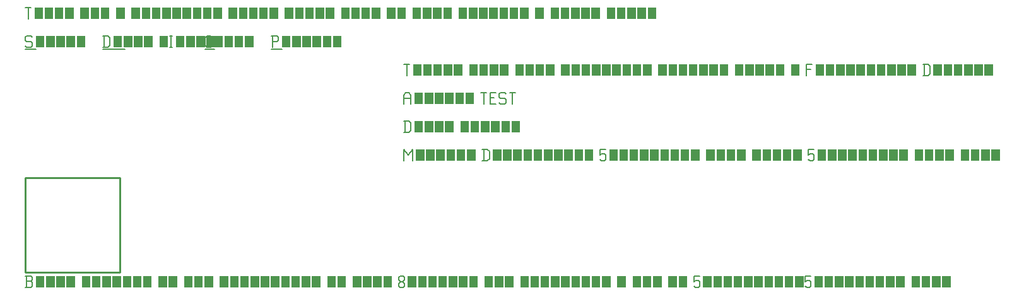
<source format=gbr>
G04 start of page 4 for group -1 layer_idx 268435461 *
G04 Title: arcs with different strange sizes, <virtual group> *
G04 Creator: <version>
G04 CreationDate: <date>
G04 For: TEST *
G04 Format: Gerber/RS-274X *
G04 PCB-Dimensions: 50000 50000 *
G04 PCB-Coordinate-Origin: lower left *
%MOIN*%
%FSLAX25Y25*%
%LNLOGICAL_VIRTUAL_FAB_NONE*%
%ADD15C,0.0100*%
%ADD14C,0.0001*%
%ADD13C,0.0060*%
G54D13*X3000Y125000D02*X3750Y124250D01*
X750Y125000D02*X3000D01*
X0Y124250D02*X750Y125000D01*
X0Y124250D02*Y122750D01*
X750Y122000D01*
X3000D01*
X3750Y121250D01*
Y119750D01*
X3000Y119000D02*X3750Y119750D01*
X750Y119000D02*X3000D01*
X0Y119750D02*X750Y119000D01*
G54D14*G36*
X5550Y125000D02*X10050D01*
Y119000D01*
X5550D01*
Y125000D01*
G37*
G36*
X10950D02*X15450D01*
Y119000D01*
X10950D01*
Y125000D01*
G37*
G36*
X16350D02*X20850D01*
Y119000D01*
X16350D01*
Y125000D01*
G37*
G36*
X21750D02*X26250D01*
Y119000D01*
X21750D01*
Y125000D01*
G37*
G36*
X27150D02*X31650D01*
Y119000D01*
X27150D01*
Y125000D01*
G37*
G54D13*X0Y118000D02*X5550D01*
X41750Y125000D02*Y119000D01*
X43700Y125000D02*X44750Y123950D01*
Y120050D01*
X43700Y119000D02*X44750Y120050D01*
X41000Y119000D02*X43700D01*
X41000Y125000D02*X43700D01*
G54D14*G36*
X46550D02*X51050D01*
Y119000D01*
X46550D01*
Y125000D01*
G37*
G36*
X51950D02*X56450D01*
Y119000D01*
X51950D01*
Y125000D01*
G37*
G36*
X57350D02*X61850D01*
Y119000D01*
X57350D01*
Y125000D01*
G37*
G36*
X62750D02*X67250D01*
Y119000D01*
X62750D01*
Y125000D01*
G37*
G36*
X70850D02*X75350D01*
Y119000D01*
X70850D01*
Y125000D01*
G37*
G54D13*X76250D02*X77750D01*
X77000D02*Y119000D01*
X76250D02*X77750D01*
G54D14*G36*
X79550Y125000D02*X84050D01*
Y119000D01*
X79550D01*
Y125000D01*
G37*
G36*
X84950D02*X89450D01*
Y119000D01*
X84950D01*
Y125000D01*
G37*
G36*
X90350D02*X94850D01*
Y119000D01*
X90350D01*
Y125000D01*
G37*
G36*
X95750D02*X100250D01*
Y119000D01*
X95750D01*
Y125000D01*
G37*
G54D13*X41000Y118000D02*X52550D01*
X96050Y119000D02*X98000D01*
X95000Y120050D02*X96050Y119000D01*
X95000Y123950D02*Y120050D01*
Y123950D02*X96050Y125000D01*
X98000D01*
G54D14*G36*
X99800D02*X104300D01*
Y119000D01*
X99800D01*
Y125000D01*
G37*
G36*
X105200D02*X109700D01*
Y119000D01*
X105200D01*
Y125000D01*
G37*
G36*
X110600D02*X115100D01*
Y119000D01*
X110600D01*
Y125000D01*
G37*
G36*
X116000D02*X120500D01*
Y119000D01*
X116000D01*
Y125000D01*
G37*
G54D13*X95000Y118000D02*X99800D01*
X130750Y125000D02*Y119000D01*
X130000Y125000D02*X133000D01*
X133750Y124250D01*
Y122750D01*
X133000Y122000D02*X133750Y122750D01*
X130750Y122000D02*X133000D01*
G54D14*G36*
X135550Y125000D02*X140050D01*
Y119000D01*
X135550D01*
Y125000D01*
G37*
G36*
X140950D02*X145450D01*
Y119000D01*
X140950D01*
Y125000D01*
G37*
G36*
X146350D02*X150850D01*
Y119000D01*
X146350D01*
Y125000D01*
G37*
G36*
X151750D02*X156250D01*
Y119000D01*
X151750D01*
Y125000D01*
G37*
G36*
X157150D02*X161650D01*
Y119000D01*
X157150D01*
Y125000D01*
G37*
G36*
X162550D02*X167050D01*
Y119000D01*
X162550D01*
Y125000D01*
G37*
G54D13*X130000Y118000D02*X135550D01*
X0Y140000D02*X3000D01*
X1500D02*Y134000D01*
G54D14*G36*
X4800Y140000D02*X9300D01*
Y134000D01*
X4800D01*
Y140000D01*
G37*
G36*
X10200D02*X14700D01*
Y134000D01*
X10200D01*
Y140000D01*
G37*
G36*
X15600D02*X20100D01*
Y134000D01*
X15600D01*
Y140000D01*
G37*
G36*
X21000D02*X25500D01*
Y134000D01*
X21000D01*
Y140000D01*
G37*
G36*
X29100D02*X33600D01*
Y134000D01*
X29100D01*
Y140000D01*
G37*
G36*
X34500D02*X39000D01*
Y134000D01*
X34500D01*
Y140000D01*
G37*
G36*
X39900D02*X44400D01*
Y134000D01*
X39900D01*
Y140000D01*
G37*
G36*
X48000D02*X52500D01*
Y134000D01*
X48000D01*
Y140000D01*
G37*
G36*
X56100D02*X60600D01*
Y134000D01*
X56100D01*
Y140000D01*
G37*
G36*
X61500D02*X66000D01*
Y134000D01*
X61500D01*
Y140000D01*
G37*
G36*
X66900D02*X71400D01*
Y134000D01*
X66900D01*
Y140000D01*
G37*
G36*
X72300D02*X76800D01*
Y134000D01*
X72300D01*
Y140000D01*
G37*
G36*
X77700D02*X82200D01*
Y134000D01*
X77700D01*
Y140000D01*
G37*
G36*
X83100D02*X87600D01*
Y134000D01*
X83100D01*
Y140000D01*
G37*
G36*
X88500D02*X93000D01*
Y134000D01*
X88500D01*
Y140000D01*
G37*
G36*
X93900D02*X98400D01*
Y134000D01*
X93900D01*
Y140000D01*
G37*
G36*
X99300D02*X103800D01*
Y134000D01*
X99300D01*
Y140000D01*
G37*
G36*
X107400D02*X111900D01*
Y134000D01*
X107400D01*
Y140000D01*
G37*
G36*
X112800D02*X117300D01*
Y134000D01*
X112800D01*
Y140000D01*
G37*
G36*
X118200D02*X122700D01*
Y134000D01*
X118200D01*
Y140000D01*
G37*
G36*
X123600D02*X128100D01*
Y134000D01*
X123600D01*
Y140000D01*
G37*
G36*
X129000D02*X133500D01*
Y134000D01*
X129000D01*
Y140000D01*
G37*
G36*
X137100D02*X141600D01*
Y134000D01*
X137100D01*
Y140000D01*
G37*
G36*
X142500D02*X147000D01*
Y134000D01*
X142500D01*
Y140000D01*
G37*
G36*
X147900D02*X152400D01*
Y134000D01*
X147900D01*
Y140000D01*
G37*
G36*
X153300D02*X157800D01*
Y134000D01*
X153300D01*
Y140000D01*
G37*
G36*
X158700D02*X163200D01*
Y134000D01*
X158700D01*
Y140000D01*
G37*
G36*
X166800D02*X171300D01*
Y134000D01*
X166800D01*
Y140000D01*
G37*
G36*
X172200D02*X176700D01*
Y134000D01*
X172200D01*
Y140000D01*
G37*
G36*
X177600D02*X182100D01*
Y134000D01*
X177600D01*
Y140000D01*
G37*
G36*
X183000D02*X187500D01*
Y134000D01*
X183000D01*
Y140000D01*
G37*
G36*
X191100D02*X195600D01*
Y134000D01*
X191100D01*
Y140000D01*
G37*
G36*
X196500D02*X201000D01*
Y134000D01*
X196500D01*
Y140000D01*
G37*
G36*
X204600D02*X209100D01*
Y134000D01*
X204600D01*
Y140000D01*
G37*
G36*
X210000D02*X214500D01*
Y134000D01*
X210000D01*
Y140000D01*
G37*
G36*
X215400D02*X219900D01*
Y134000D01*
X215400D01*
Y140000D01*
G37*
G36*
X220800D02*X225300D01*
Y134000D01*
X220800D01*
Y140000D01*
G37*
G36*
X228900D02*X233400D01*
Y134000D01*
X228900D01*
Y140000D01*
G37*
G36*
X234300D02*X238800D01*
Y134000D01*
X234300D01*
Y140000D01*
G37*
G36*
X239700D02*X244200D01*
Y134000D01*
X239700D01*
Y140000D01*
G37*
G36*
X245100D02*X249600D01*
Y134000D01*
X245100D01*
Y140000D01*
G37*
G36*
X250500D02*X255000D01*
Y134000D01*
X250500D01*
Y140000D01*
G37*
G36*
X255900D02*X260400D01*
Y134000D01*
X255900D01*
Y140000D01*
G37*
G36*
X261300D02*X265800D01*
Y134000D01*
X261300D01*
Y140000D01*
G37*
G36*
X269400D02*X273900D01*
Y134000D01*
X269400D01*
Y140000D01*
G37*
G36*
X277500D02*X282000D01*
Y134000D01*
X277500D01*
Y140000D01*
G37*
G36*
X282900D02*X287400D01*
Y134000D01*
X282900D01*
Y140000D01*
G37*
G36*
X288300D02*X292800D01*
Y134000D01*
X288300D01*
Y140000D01*
G37*
G36*
X293700D02*X298200D01*
Y134000D01*
X293700D01*
Y140000D01*
G37*
G36*
X299100D02*X303600D01*
Y134000D01*
X299100D01*
Y140000D01*
G37*
G36*
X307200D02*X311700D01*
Y134000D01*
X307200D01*
Y140000D01*
G37*
G36*
X312600D02*X317100D01*
Y134000D01*
X312600D01*
Y140000D01*
G37*
G36*
X318000D02*X322500D01*
Y134000D01*
X318000D01*
Y140000D01*
G37*
G36*
X323400D02*X327900D01*
Y134000D01*
X323400D01*
Y140000D01*
G37*
G36*
X328800D02*X333300D01*
Y134000D01*
X328800D01*
Y140000D01*
G37*
G54D15*X0Y50000D02*X50000D01*
X0D02*Y0D01*
X50000Y50000D02*Y0D01*
X0D02*X50000D01*
G54D13*X200000Y65000D02*Y59000D01*
Y65000D02*X202250Y62000D01*
X204500Y65000D01*
Y59000D01*
G54D14*G36*
X206300Y65000D02*X210800D01*
Y59000D01*
X206300D01*
Y65000D01*
G37*
G36*
X211700D02*X216200D01*
Y59000D01*
X211700D01*
Y65000D01*
G37*
G36*
X217100D02*X221600D01*
Y59000D01*
X217100D01*
Y65000D01*
G37*
G36*
X222500D02*X227000D01*
Y59000D01*
X222500D01*
Y65000D01*
G37*
G36*
X227900D02*X232400D01*
Y59000D01*
X227900D01*
Y65000D01*
G37*
G36*
X233300D02*X237800D01*
Y59000D01*
X233300D01*
Y65000D01*
G37*
G54D13*X242150D02*Y59000D01*
X244100Y65000D02*X245150Y63950D01*
Y60050D01*
X244100Y59000D02*X245150Y60050D01*
X241400Y59000D02*X244100D01*
X241400Y65000D02*X244100D01*
G54D14*G36*
X246950D02*X251450D01*
Y59000D01*
X246950D01*
Y65000D01*
G37*
G36*
X252350D02*X256850D01*
Y59000D01*
X252350D01*
Y65000D01*
G37*
G36*
X257750D02*X262250D01*
Y59000D01*
X257750D01*
Y65000D01*
G37*
G36*
X263150D02*X267650D01*
Y59000D01*
X263150D01*
Y65000D01*
G37*
G36*
X268550D02*X273050D01*
Y59000D01*
X268550D01*
Y65000D01*
G37*
G36*
X273950D02*X278450D01*
Y59000D01*
X273950D01*
Y65000D01*
G37*
G36*
X279350D02*X283850D01*
Y59000D01*
X279350D01*
Y65000D01*
G37*
G36*
X284750D02*X289250D01*
Y59000D01*
X284750D01*
Y65000D01*
G37*
G36*
X290150D02*X294650D01*
Y59000D01*
X290150D01*
Y65000D01*
G37*
G36*
X295550D02*X300050D01*
Y59000D01*
X295550D01*
Y65000D01*
G37*
G54D13*X303650D02*X306650D01*
X303650D02*Y62000D01*
X304400Y62750D01*
X305900D01*
X306650Y62000D01*
Y59750D01*
X305900Y59000D02*X306650Y59750D01*
X304400Y59000D02*X305900D01*
X303650Y59750D02*X304400Y59000D01*
G54D14*G36*
X308450Y65000D02*X312950D01*
Y59000D01*
X308450D01*
Y65000D01*
G37*
G36*
X313850D02*X318350D01*
Y59000D01*
X313850D01*
Y65000D01*
G37*
G36*
X319250D02*X323750D01*
Y59000D01*
X319250D01*
Y65000D01*
G37*
G36*
X324650D02*X329150D01*
Y59000D01*
X324650D01*
Y65000D01*
G37*
G36*
X330050D02*X334550D01*
Y59000D01*
X330050D01*
Y65000D01*
G37*
G36*
X335450D02*X339950D01*
Y59000D01*
X335450D01*
Y65000D01*
G37*
G36*
X340850D02*X345350D01*
Y59000D01*
X340850D01*
Y65000D01*
G37*
G36*
X346250D02*X350750D01*
Y59000D01*
X346250D01*
Y65000D01*
G37*
G36*
X351650D02*X356150D01*
Y59000D01*
X351650D01*
Y65000D01*
G37*
G36*
X359750D02*X364250D01*
Y59000D01*
X359750D01*
Y65000D01*
G37*
G36*
X365150D02*X369650D01*
Y59000D01*
X365150D01*
Y65000D01*
G37*
G36*
X370550D02*X375050D01*
Y59000D01*
X370550D01*
Y65000D01*
G37*
G36*
X375950D02*X380450D01*
Y59000D01*
X375950D01*
Y65000D01*
G37*
G36*
X384050D02*X388550D01*
Y59000D01*
X384050D01*
Y65000D01*
G37*
G36*
X389450D02*X393950D01*
Y59000D01*
X389450D01*
Y65000D01*
G37*
G36*
X394850D02*X399350D01*
Y59000D01*
X394850D01*
Y65000D01*
G37*
G36*
X400250D02*X404750D01*
Y59000D01*
X400250D01*
Y65000D01*
G37*
G36*
X405650D02*X410150D01*
Y59000D01*
X405650D01*
Y65000D01*
G37*
G54D13*X413750D02*X416750D01*
X413750D02*Y62000D01*
X414500Y62750D01*
X416000D01*
X416750Y62000D01*
Y59750D01*
X416000Y59000D02*X416750Y59750D01*
X414500Y59000D02*X416000D01*
X413750Y59750D02*X414500Y59000D01*
G54D14*G36*
X418550Y65000D02*X423050D01*
Y59000D01*
X418550D01*
Y65000D01*
G37*
G36*
X423950D02*X428450D01*
Y59000D01*
X423950D01*
Y65000D01*
G37*
G36*
X429350D02*X433850D01*
Y59000D01*
X429350D01*
Y65000D01*
G37*
G36*
X434750D02*X439250D01*
Y59000D01*
X434750D01*
Y65000D01*
G37*
G36*
X440150D02*X444650D01*
Y59000D01*
X440150D01*
Y65000D01*
G37*
G36*
X445550D02*X450050D01*
Y59000D01*
X445550D01*
Y65000D01*
G37*
G36*
X450950D02*X455450D01*
Y59000D01*
X450950D01*
Y65000D01*
G37*
G36*
X456350D02*X460850D01*
Y59000D01*
X456350D01*
Y65000D01*
G37*
G36*
X461750D02*X466250D01*
Y59000D01*
X461750D01*
Y65000D01*
G37*
G36*
X469850D02*X474350D01*
Y59000D01*
X469850D01*
Y65000D01*
G37*
G36*
X475250D02*X479750D01*
Y59000D01*
X475250D01*
Y65000D01*
G37*
G36*
X480650D02*X485150D01*
Y59000D01*
X480650D01*
Y65000D01*
G37*
G36*
X486050D02*X490550D01*
Y59000D01*
X486050D01*
Y65000D01*
G37*
G36*
X494150D02*X498650D01*
Y59000D01*
X494150D01*
Y65000D01*
G37*
G36*
X499550D02*X504050D01*
Y59000D01*
X499550D01*
Y65000D01*
G37*
G36*
X504950D02*X509450D01*
Y59000D01*
X504950D01*
Y65000D01*
G37*
G36*
X510350D02*X514850D01*
Y59000D01*
X510350D01*
Y65000D01*
G37*
G54D13*X0Y-8000D02*X3000D01*
X3750Y-7250D01*
Y-5450D02*Y-7250D01*
X3000Y-4700D02*X3750Y-5450D01*
X750Y-4700D02*X3000D01*
X750Y-2000D02*Y-8000D01*
X0Y-2000D02*X3000D01*
X3750Y-2750D01*
Y-3950D01*
X3000Y-4700D02*X3750Y-3950D01*
G54D14*G36*
X5550Y-2000D02*X10050D01*
Y-8000D01*
X5550D01*
Y-2000D01*
G37*
G36*
X10950D02*X15450D01*
Y-8000D01*
X10950D01*
Y-2000D01*
G37*
G36*
X16350D02*X20850D01*
Y-8000D01*
X16350D01*
Y-2000D01*
G37*
G36*
X21750D02*X26250D01*
Y-8000D01*
X21750D01*
Y-2000D01*
G37*
G36*
X29850D02*X34350D01*
Y-8000D01*
X29850D01*
Y-2000D01*
G37*
G36*
X35250D02*X39750D01*
Y-8000D01*
X35250D01*
Y-2000D01*
G37*
G36*
X40650D02*X45150D01*
Y-8000D01*
X40650D01*
Y-2000D01*
G37*
G36*
X46050D02*X50550D01*
Y-8000D01*
X46050D01*
Y-2000D01*
G37*
G36*
X51450D02*X55950D01*
Y-8000D01*
X51450D01*
Y-2000D01*
G37*
G36*
X56850D02*X61350D01*
Y-8000D01*
X56850D01*
Y-2000D01*
G37*
G36*
X62250D02*X66750D01*
Y-8000D01*
X62250D01*
Y-2000D01*
G37*
G36*
X70350D02*X74850D01*
Y-8000D01*
X70350D01*
Y-2000D01*
G37*
G36*
X75750D02*X80250D01*
Y-8000D01*
X75750D01*
Y-2000D01*
G37*
G36*
X83850D02*X88350D01*
Y-8000D01*
X83850D01*
Y-2000D01*
G37*
G36*
X89250D02*X93750D01*
Y-8000D01*
X89250D01*
Y-2000D01*
G37*
G36*
X94650D02*X99150D01*
Y-8000D01*
X94650D01*
Y-2000D01*
G37*
G36*
X102750D02*X107250D01*
Y-8000D01*
X102750D01*
Y-2000D01*
G37*
G36*
X108150D02*X112650D01*
Y-8000D01*
X108150D01*
Y-2000D01*
G37*
G36*
X113550D02*X118050D01*
Y-8000D01*
X113550D01*
Y-2000D01*
G37*
G36*
X118950D02*X123450D01*
Y-8000D01*
X118950D01*
Y-2000D01*
G37*
G36*
X124350D02*X128850D01*
Y-8000D01*
X124350D01*
Y-2000D01*
G37*
G36*
X129750D02*X134250D01*
Y-8000D01*
X129750D01*
Y-2000D01*
G37*
G36*
X135150D02*X139650D01*
Y-8000D01*
X135150D01*
Y-2000D01*
G37*
G36*
X140550D02*X145050D01*
Y-8000D01*
X140550D01*
Y-2000D01*
G37*
G36*
X145950D02*X150450D01*
Y-8000D01*
X145950D01*
Y-2000D01*
G37*
G36*
X151350D02*X155850D01*
Y-8000D01*
X151350D01*
Y-2000D01*
G37*
G36*
X159450D02*X163950D01*
Y-8000D01*
X159450D01*
Y-2000D01*
G37*
G36*
X164850D02*X169350D01*
Y-8000D01*
X164850D01*
Y-2000D01*
G37*
G36*
X172950D02*X177450D01*
Y-8000D01*
X172950D01*
Y-2000D01*
G37*
G36*
X178350D02*X182850D01*
Y-8000D01*
X178350D01*
Y-2000D01*
G37*
G36*
X183750D02*X188250D01*
Y-8000D01*
X183750D01*
Y-2000D01*
G37*
G36*
X189150D02*X193650D01*
Y-8000D01*
X189150D01*
Y-2000D01*
G37*
G54D13*X197250Y-7250D02*X198000Y-8000D01*
X197250Y-6050D02*Y-7250D01*
Y-6050D02*X198300Y-5000D01*
X199200D01*
X200250Y-6050D01*
Y-7250D01*
X199500Y-8000D02*X200250Y-7250D01*
X198000Y-8000D02*X199500D01*
X197250Y-3950D02*X198300Y-5000D01*
X197250Y-2750D02*Y-3950D01*
Y-2750D02*X198000Y-2000D01*
X199500D01*
X200250Y-2750D01*
Y-3950D01*
X199200Y-5000D02*X200250Y-3950D01*
G54D14*G36*
X202050Y-2000D02*X206550D01*
Y-8000D01*
X202050D01*
Y-2000D01*
G37*
G36*
X207450D02*X211950D01*
Y-8000D01*
X207450D01*
Y-2000D01*
G37*
G36*
X212850D02*X217350D01*
Y-8000D01*
X212850D01*
Y-2000D01*
G37*
G36*
X218250D02*X222750D01*
Y-8000D01*
X218250D01*
Y-2000D01*
G37*
G36*
X223650D02*X228150D01*
Y-8000D01*
X223650D01*
Y-2000D01*
G37*
G36*
X229050D02*X233550D01*
Y-8000D01*
X229050D01*
Y-2000D01*
G37*
G36*
X234450D02*X238950D01*
Y-8000D01*
X234450D01*
Y-2000D01*
G37*
G36*
X242550D02*X247050D01*
Y-8000D01*
X242550D01*
Y-2000D01*
G37*
G36*
X247950D02*X252450D01*
Y-8000D01*
X247950D01*
Y-2000D01*
G37*
G36*
X253350D02*X257850D01*
Y-8000D01*
X253350D01*
Y-2000D01*
G37*
G36*
X261450D02*X265950D01*
Y-8000D01*
X261450D01*
Y-2000D01*
G37*
G36*
X266850D02*X271350D01*
Y-8000D01*
X266850D01*
Y-2000D01*
G37*
G36*
X272250D02*X276750D01*
Y-8000D01*
X272250D01*
Y-2000D01*
G37*
G36*
X277650D02*X282150D01*
Y-8000D01*
X277650D01*
Y-2000D01*
G37*
G36*
X283050D02*X287550D01*
Y-8000D01*
X283050D01*
Y-2000D01*
G37*
G36*
X288450D02*X292950D01*
Y-8000D01*
X288450D01*
Y-2000D01*
G37*
G36*
X293850D02*X298350D01*
Y-8000D01*
X293850D01*
Y-2000D01*
G37*
G36*
X299250D02*X303750D01*
Y-8000D01*
X299250D01*
Y-2000D01*
G37*
G36*
X304650D02*X309150D01*
Y-8000D01*
X304650D01*
Y-2000D01*
G37*
G36*
X312750D02*X317250D01*
Y-8000D01*
X312750D01*
Y-2000D01*
G37*
G36*
X320850D02*X325350D01*
Y-8000D01*
X320850D01*
Y-2000D01*
G37*
G36*
X326250D02*X330750D01*
Y-8000D01*
X326250D01*
Y-2000D01*
G37*
G36*
X331650D02*X336150D01*
Y-8000D01*
X331650D01*
Y-2000D01*
G37*
G36*
X339750D02*X344250D01*
Y-8000D01*
X339750D01*
Y-2000D01*
G37*
G36*
X345150D02*X349650D01*
Y-8000D01*
X345150D01*
Y-2000D01*
G37*
G54D13*X353250D02*X356250D01*
X353250D02*Y-5000D01*
X354000Y-4250D01*
X355500D01*
X356250Y-5000D01*
Y-7250D01*
X355500Y-8000D02*X356250Y-7250D01*
X354000Y-8000D02*X355500D01*
X353250Y-7250D02*X354000Y-8000D01*
G54D14*G36*
X358050Y-2000D02*X362550D01*
Y-8000D01*
X358050D01*
Y-2000D01*
G37*
G36*
X363450D02*X367950D01*
Y-8000D01*
X363450D01*
Y-2000D01*
G37*
G36*
X368850D02*X373350D01*
Y-8000D01*
X368850D01*
Y-2000D01*
G37*
G36*
X374250D02*X378750D01*
Y-8000D01*
X374250D01*
Y-2000D01*
G37*
G36*
X379650D02*X384150D01*
Y-8000D01*
X379650D01*
Y-2000D01*
G37*
G36*
X385050D02*X389550D01*
Y-8000D01*
X385050D01*
Y-2000D01*
G37*
G36*
X390450D02*X394950D01*
Y-8000D01*
X390450D01*
Y-2000D01*
G37*
G36*
X395850D02*X400350D01*
Y-8000D01*
X395850D01*
Y-2000D01*
G37*
G36*
X401250D02*X405750D01*
Y-8000D01*
X401250D01*
Y-2000D01*
G37*
G36*
X406650D02*X411150D01*
Y-8000D01*
X406650D01*
Y-2000D01*
G37*
G54D13*X412050D02*X415050D01*
X412050D02*Y-5000D01*
X412800Y-4250D01*
X414300D01*
X415050Y-5000D01*
Y-7250D01*
X414300Y-8000D02*X415050Y-7250D01*
X412800Y-8000D02*X414300D01*
X412050Y-7250D02*X412800Y-8000D01*
G54D14*G36*
X416850Y-2000D02*X421350D01*
Y-8000D01*
X416850D01*
Y-2000D01*
G37*
G36*
X422250D02*X426750D01*
Y-8000D01*
X422250D01*
Y-2000D01*
G37*
G36*
X427650D02*X432150D01*
Y-8000D01*
X427650D01*
Y-2000D01*
G37*
G36*
X433050D02*X437550D01*
Y-8000D01*
X433050D01*
Y-2000D01*
G37*
G36*
X438450D02*X442950D01*
Y-8000D01*
X438450D01*
Y-2000D01*
G37*
G36*
X443850D02*X448350D01*
Y-8000D01*
X443850D01*
Y-2000D01*
G37*
G36*
X449250D02*X453750D01*
Y-8000D01*
X449250D01*
Y-2000D01*
G37*
G36*
X454650D02*X459150D01*
Y-8000D01*
X454650D01*
Y-2000D01*
G37*
G36*
X460050D02*X464550D01*
Y-8000D01*
X460050D01*
Y-2000D01*
G37*
G36*
X468150D02*X472650D01*
Y-8000D01*
X468150D01*
Y-2000D01*
G37*
G36*
X473550D02*X478050D01*
Y-8000D01*
X473550D01*
Y-2000D01*
G37*
G36*
X478950D02*X483450D01*
Y-8000D01*
X478950D01*
Y-2000D01*
G37*
G36*
X484350D02*X488850D01*
Y-8000D01*
X484350D01*
Y-2000D01*
G37*
G54D13*X200750Y80000D02*Y74000D01*
X202700Y80000D02*X203750Y78950D01*
Y75050D01*
X202700Y74000D02*X203750Y75050D01*
X200000Y74000D02*X202700D01*
X200000Y80000D02*X202700D01*
G54D14*G36*
X205550D02*X210050D01*
Y74000D01*
X205550D01*
Y80000D01*
G37*
G36*
X210950D02*X215450D01*
Y74000D01*
X210950D01*
Y80000D01*
G37*
G36*
X216350D02*X220850D01*
Y74000D01*
X216350D01*
Y80000D01*
G37*
G36*
X221750D02*X226250D01*
Y74000D01*
X221750D01*
Y80000D01*
G37*
G36*
X229850D02*X234350D01*
Y74000D01*
X229850D01*
Y80000D01*
G37*
G36*
X235250D02*X239750D01*
Y74000D01*
X235250D01*
Y80000D01*
G37*
G36*
X240650D02*X245150D01*
Y74000D01*
X240650D01*
Y80000D01*
G37*
G36*
X246050D02*X250550D01*
Y74000D01*
X246050D01*
Y80000D01*
G37*
G36*
X251450D02*X255950D01*
Y74000D01*
X251450D01*
Y80000D01*
G37*
G36*
X256850D02*X261350D01*
Y74000D01*
X256850D01*
Y80000D01*
G37*
G54D13*X200000Y93500D02*Y89000D01*
Y93500D02*X201050Y95000D01*
X202700D01*
X203750Y93500D01*
Y89000D01*
X200000Y92000D02*X203750D01*
G54D14*G36*
X205550Y95000D02*X210050D01*
Y89000D01*
X205550D01*
Y95000D01*
G37*
G36*
X210950D02*X215450D01*
Y89000D01*
X210950D01*
Y95000D01*
G37*
G36*
X216350D02*X220850D01*
Y89000D01*
X216350D01*
Y95000D01*
G37*
G36*
X221750D02*X226250D01*
Y89000D01*
X221750D01*
Y95000D01*
G37*
G36*
X227150D02*X231650D01*
Y89000D01*
X227150D01*
Y95000D01*
G37*
G36*
X232550D02*X237050D01*
Y89000D01*
X232550D01*
Y95000D01*
G37*
G54D13*X240650D02*X243650D01*
X242150D02*Y89000D01*
X245450Y92300D02*X247700D01*
X245450Y89000D02*X248450D01*
X245450Y95000D02*Y89000D01*
Y95000D02*X248450D01*
X253250D02*X254000Y94250D01*
X251000Y95000D02*X253250D01*
X250250Y94250D02*X251000Y95000D01*
X250250Y94250D02*Y92750D01*
X251000Y92000D01*
X253250D01*
X254000Y91250D01*
Y89750D01*
X253250Y89000D02*X254000Y89750D01*
X251000Y89000D02*X253250D01*
X250250Y89750D02*X251000Y89000D01*
X255800Y95000D02*X258800D01*
X257300D02*Y89000D01*
X200000Y110000D02*X203000D01*
X201500D02*Y104000D01*
G54D14*G36*
X204800Y110000D02*X209300D01*
Y104000D01*
X204800D01*
Y110000D01*
G37*
G36*
X210200D02*X214700D01*
Y104000D01*
X210200D01*
Y110000D01*
G37*
G36*
X215600D02*X220100D01*
Y104000D01*
X215600D01*
Y110000D01*
G37*
G36*
X221000D02*X225500D01*
Y104000D01*
X221000D01*
Y110000D01*
G37*
G36*
X226400D02*X230900D01*
Y104000D01*
X226400D01*
Y110000D01*
G37*
G36*
X234500D02*X239000D01*
Y104000D01*
X234500D01*
Y110000D01*
G37*
G36*
X239900D02*X244400D01*
Y104000D01*
X239900D01*
Y110000D01*
G37*
G36*
X245300D02*X249800D01*
Y104000D01*
X245300D01*
Y110000D01*
G37*
G36*
X250700D02*X255200D01*
Y104000D01*
X250700D01*
Y110000D01*
G37*
G36*
X258800D02*X263300D01*
Y104000D01*
X258800D01*
Y110000D01*
G37*
G36*
X264200D02*X268700D01*
Y104000D01*
X264200D01*
Y110000D01*
G37*
G36*
X269600D02*X274100D01*
Y104000D01*
X269600D01*
Y110000D01*
G37*
G36*
X275000D02*X279500D01*
Y104000D01*
X275000D01*
Y110000D01*
G37*
G36*
X283100D02*X287600D01*
Y104000D01*
X283100D01*
Y110000D01*
G37*
G36*
X288500D02*X293000D01*
Y104000D01*
X288500D01*
Y110000D01*
G37*
G36*
X293900D02*X298400D01*
Y104000D01*
X293900D01*
Y110000D01*
G37*
G36*
X299300D02*X303800D01*
Y104000D01*
X299300D01*
Y110000D01*
G37*
G36*
X304700D02*X309200D01*
Y104000D01*
X304700D01*
Y110000D01*
G37*
G36*
X310100D02*X314600D01*
Y104000D01*
X310100D01*
Y110000D01*
G37*
G36*
X315500D02*X320000D01*
Y104000D01*
X315500D01*
Y110000D01*
G37*
G36*
X320900D02*X325400D01*
Y104000D01*
X320900D01*
Y110000D01*
G37*
G36*
X326300D02*X330800D01*
Y104000D01*
X326300D01*
Y110000D01*
G37*
G36*
X334400D02*X338900D01*
Y104000D01*
X334400D01*
Y110000D01*
G37*
G36*
X339800D02*X344300D01*
Y104000D01*
X339800D01*
Y110000D01*
G37*
G36*
X345200D02*X349700D01*
Y104000D01*
X345200D01*
Y110000D01*
G37*
G36*
X350600D02*X355100D01*
Y104000D01*
X350600D01*
Y110000D01*
G37*
G36*
X356000D02*X360500D01*
Y104000D01*
X356000D01*
Y110000D01*
G37*
G36*
X361400D02*X365900D01*
Y104000D01*
X361400D01*
Y110000D01*
G37*
G36*
X366800D02*X371300D01*
Y104000D01*
X366800D01*
Y110000D01*
G37*
G36*
X374900D02*X379400D01*
Y104000D01*
X374900D01*
Y110000D01*
G37*
G36*
X380300D02*X384800D01*
Y104000D01*
X380300D01*
Y110000D01*
G37*
G36*
X385700D02*X390200D01*
Y104000D01*
X385700D01*
Y110000D01*
G37*
G36*
X391100D02*X395600D01*
Y104000D01*
X391100D01*
Y110000D01*
G37*
G36*
X396500D02*X401000D01*
Y104000D01*
X396500D01*
Y110000D01*
G37*
G36*
X404600D02*X409100D01*
Y104000D01*
X404600D01*
Y110000D01*
G37*
G54D13*X412700D02*Y104000D01*
Y110000D02*X415700D01*
X412700Y107300D02*X414950D01*
G54D14*G36*
X417500Y110000D02*X422000D01*
Y104000D01*
X417500D01*
Y110000D01*
G37*
G36*
X422900D02*X427400D01*
Y104000D01*
X422900D01*
Y110000D01*
G37*
G36*
X428300D02*X432800D01*
Y104000D01*
X428300D01*
Y110000D01*
G37*
G36*
X433700D02*X438200D01*
Y104000D01*
X433700D01*
Y110000D01*
G37*
G36*
X439100D02*X443600D01*
Y104000D01*
X439100D01*
Y110000D01*
G37*
G36*
X444500D02*X449000D01*
Y104000D01*
X444500D01*
Y110000D01*
G37*
G36*
X449900D02*X454400D01*
Y104000D01*
X449900D01*
Y110000D01*
G37*
G36*
X455300D02*X459800D01*
Y104000D01*
X455300D01*
Y110000D01*
G37*
G36*
X460700D02*X465200D01*
Y104000D01*
X460700D01*
Y110000D01*
G37*
G36*
X466100D02*X470600D01*
Y104000D01*
X466100D01*
Y110000D01*
G37*
G54D13*X474950D02*Y104000D01*
X476900Y110000D02*X477950Y108950D01*
Y105050D01*
X476900Y104000D02*X477950Y105050D01*
X474200Y104000D02*X476900D01*
X474200Y110000D02*X476900D01*
G54D14*G36*
X479750D02*X484250D01*
Y104000D01*
X479750D01*
Y110000D01*
G37*
G36*
X485150D02*X489650D01*
Y104000D01*
X485150D01*
Y110000D01*
G37*
G36*
X490550D02*X495050D01*
Y104000D01*
X490550D01*
Y110000D01*
G37*
G36*
X495950D02*X500450D01*
Y104000D01*
X495950D01*
Y110000D01*
G37*
G36*
X501350D02*X505850D01*
Y104000D01*
X501350D01*
Y110000D01*
G37*
G36*
X506750D02*X511250D01*
Y104000D01*
X506750D01*
Y110000D01*
G37*
M02*

</source>
